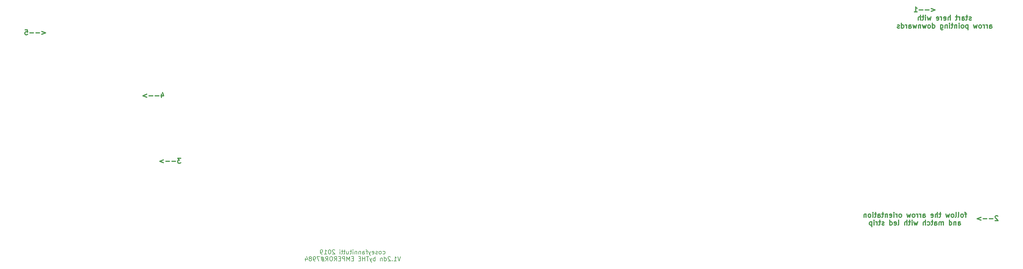
<source format=gbo>
G04 #@! TF.GenerationSoftware,KiCad,Pcbnew,(6.0.2)*
G04 #@! TF.CreationDate,2022-04-10T20:08:41+05:30*
G04 #@! TF.ProjectId,discipline-pcb,64697363-6970-46c6-996e-652d7063622e,rev?*
G04 #@! TF.SameCoordinates,Original*
G04 #@! TF.FileFunction,Legend,Bot*
G04 #@! TF.FilePolarity,Positive*
%FSLAX46Y46*%
G04 Gerber Fmt 4.6, Leading zero omitted, Abs format (unit mm)*
G04 Created by KiCad (PCBNEW (6.0.2)) date 2022-04-10 20:08:41*
%MOMM*%
%LPD*%
G01*
G04 APERTURE LIST*
%ADD10C,0.200000*%
%ADD11C,0.300000*%
G04 APERTURE END LIST*
D10*
X163872654Y-169715570D02*
X163996463Y-169777475D01*
X164244082Y-169777475D01*
X164367892Y-169715570D01*
X164429797Y-169653665D01*
X164491701Y-169529856D01*
X164491701Y-169158427D01*
X164429797Y-169034618D01*
X164367892Y-168972713D01*
X164244082Y-168910808D01*
X163996463Y-168910808D01*
X163872654Y-168972713D01*
X163129797Y-169777475D02*
X163253606Y-169715570D01*
X163315511Y-169653665D01*
X163377416Y-169529856D01*
X163377416Y-169158427D01*
X163315511Y-169034618D01*
X163253606Y-168972713D01*
X163129797Y-168910808D01*
X162944082Y-168910808D01*
X162820273Y-168972713D01*
X162758368Y-169034618D01*
X162696463Y-169158427D01*
X162696463Y-169529856D01*
X162758368Y-169653665D01*
X162820273Y-169715570D01*
X162944082Y-169777475D01*
X163129797Y-169777475D01*
X162201225Y-169715570D02*
X162077416Y-169777475D01*
X161829797Y-169777475D01*
X161705987Y-169715570D01*
X161644082Y-169591760D01*
X161644082Y-169529856D01*
X161705987Y-169406046D01*
X161829797Y-169344141D01*
X162015511Y-169344141D01*
X162139320Y-169282237D01*
X162201225Y-169158427D01*
X162201225Y-169096522D01*
X162139320Y-168972713D01*
X162015511Y-168910808D01*
X161829797Y-168910808D01*
X161705987Y-168972713D01*
X160591701Y-169715570D02*
X160715511Y-169777475D01*
X160963130Y-169777475D01*
X161086940Y-169715570D01*
X161148844Y-169591760D01*
X161148844Y-169096522D01*
X161086940Y-168972713D01*
X160963130Y-168910808D01*
X160715511Y-168910808D01*
X160591701Y-168972713D01*
X160529797Y-169096522D01*
X160529797Y-169220332D01*
X161148844Y-169344141D01*
X160096463Y-168910808D02*
X159786940Y-169777475D01*
X159477416Y-168910808D02*
X159786940Y-169777475D01*
X159910749Y-170086999D01*
X159972654Y-170148903D01*
X160096463Y-170210808D01*
X159167892Y-168910808D02*
X158672654Y-168910808D01*
X158982178Y-169777475D02*
X158982178Y-168663189D01*
X158920273Y-168539380D01*
X158796463Y-168477475D01*
X158672654Y-168477475D01*
X157682178Y-169777475D02*
X157682178Y-169096522D01*
X157744082Y-168972713D01*
X157867892Y-168910808D01*
X158115511Y-168910808D01*
X158239320Y-168972713D01*
X157682178Y-169715570D02*
X157805987Y-169777475D01*
X158115511Y-169777475D01*
X158239320Y-169715570D01*
X158301225Y-169591760D01*
X158301225Y-169467951D01*
X158239320Y-169344141D01*
X158115511Y-169282237D01*
X157805987Y-169282237D01*
X157682178Y-169220332D01*
X157063130Y-168910808D02*
X157063130Y-169777475D01*
X157063130Y-169034618D02*
X157001225Y-168972713D01*
X156877416Y-168910808D01*
X156691701Y-168910808D01*
X156567892Y-168972713D01*
X156505987Y-169096522D01*
X156505987Y-169777475D01*
X155886940Y-168910808D02*
X155886940Y-169777475D01*
X155886940Y-169034618D02*
X155825035Y-168972713D01*
X155701225Y-168910808D01*
X155515511Y-168910808D01*
X155391701Y-168972713D01*
X155329797Y-169096522D01*
X155329797Y-169777475D01*
X154710749Y-169777475D02*
X154710749Y-168910808D01*
X154710749Y-168477475D02*
X154772654Y-168539380D01*
X154710749Y-168601284D01*
X154648844Y-168539380D01*
X154710749Y-168477475D01*
X154710749Y-168601284D01*
X154277416Y-168910808D02*
X153782178Y-168910808D01*
X154091701Y-168477475D02*
X154091701Y-169591760D01*
X154029797Y-169715570D01*
X153905987Y-169777475D01*
X153782178Y-169777475D01*
X152791701Y-168910808D02*
X152791701Y-169777475D01*
X153348844Y-168910808D02*
X153348844Y-169591760D01*
X153286940Y-169715570D01*
X153163130Y-169777475D01*
X152977416Y-169777475D01*
X152853606Y-169715570D01*
X152791701Y-169653665D01*
X152358368Y-168910808D02*
X151863130Y-168910808D01*
X152172654Y-168477475D02*
X152172654Y-169591760D01*
X152110749Y-169715570D01*
X151986940Y-169777475D01*
X151863130Y-169777475D01*
X151615511Y-168910808D02*
X151120273Y-168910808D01*
X151429797Y-168477475D02*
X151429797Y-169591760D01*
X151367892Y-169715570D01*
X151244082Y-169777475D01*
X151120273Y-169777475D01*
X150686940Y-169777475D02*
X150686940Y-168910808D01*
X150686940Y-168477475D02*
X150748844Y-168539380D01*
X150686940Y-168601284D01*
X150625035Y-168539380D01*
X150686940Y-168477475D01*
X150686940Y-168601284D01*
X149139320Y-168601284D02*
X149077416Y-168539380D01*
X148953606Y-168477475D01*
X148644082Y-168477475D01*
X148520273Y-168539380D01*
X148458368Y-168601284D01*
X148396463Y-168725094D01*
X148396463Y-168848903D01*
X148458368Y-169034618D01*
X149201225Y-169777475D01*
X148396463Y-169777475D01*
X147591701Y-168477475D02*
X147467892Y-168477475D01*
X147344082Y-168539380D01*
X147282178Y-168601284D01*
X147220273Y-168725094D01*
X147158368Y-168972713D01*
X147158368Y-169282237D01*
X147220273Y-169529856D01*
X147282178Y-169653665D01*
X147344082Y-169715570D01*
X147467892Y-169777475D01*
X147591701Y-169777475D01*
X147715511Y-169715570D01*
X147777416Y-169653665D01*
X147839320Y-169529856D01*
X147901225Y-169282237D01*
X147901225Y-168972713D01*
X147839320Y-168725094D01*
X147777416Y-168601284D01*
X147715511Y-168539380D01*
X147591701Y-168477475D01*
X145920273Y-169777475D02*
X146663130Y-169777475D01*
X146291701Y-169777475D02*
X146291701Y-168477475D01*
X146415511Y-168663189D01*
X146539320Y-168786999D01*
X146663130Y-168848903D01*
X145301225Y-169777475D02*
X145053606Y-169777475D01*
X144929797Y-169715570D01*
X144867892Y-169653665D01*
X144744082Y-169467951D01*
X144682178Y-169220332D01*
X144682178Y-168725094D01*
X144744082Y-168601284D01*
X144805987Y-168539380D01*
X144929797Y-168477475D01*
X145177416Y-168477475D01*
X145301225Y-168539380D01*
X145363130Y-168601284D01*
X145425035Y-168725094D01*
X145425035Y-169034618D01*
X145363130Y-169158427D01*
X145301225Y-169220332D01*
X145177416Y-169282237D01*
X144929797Y-169282237D01*
X144805987Y-169220332D01*
X144744082Y-169158427D01*
X144682178Y-169034618D01*
X169258368Y-170570475D02*
X168825035Y-171870475D01*
X168391701Y-170570475D01*
X167277416Y-171870475D02*
X168020273Y-171870475D01*
X167648844Y-171870475D02*
X167648844Y-170570475D01*
X167772654Y-170756189D01*
X167896463Y-170879999D01*
X168020273Y-170941903D01*
X166720273Y-171746665D02*
X166658368Y-171808570D01*
X166720273Y-171870475D01*
X166782178Y-171808570D01*
X166720273Y-171746665D01*
X166720273Y-171870475D01*
X166163130Y-170694284D02*
X166101225Y-170632380D01*
X165977416Y-170570475D01*
X165667892Y-170570475D01*
X165544082Y-170632380D01*
X165482178Y-170694284D01*
X165420273Y-170818094D01*
X165420273Y-170941903D01*
X165482178Y-171127618D01*
X166225035Y-171870475D01*
X165420273Y-171870475D01*
X164305987Y-171870475D02*
X164305987Y-170570475D01*
X164305987Y-171808570D02*
X164429797Y-171870475D01*
X164677416Y-171870475D01*
X164801225Y-171808570D01*
X164863130Y-171746665D01*
X164925035Y-171622856D01*
X164925035Y-171251427D01*
X164863130Y-171127618D01*
X164801225Y-171065713D01*
X164677416Y-171003808D01*
X164429797Y-171003808D01*
X164305987Y-171065713D01*
X163686940Y-171003808D02*
X163686940Y-171870475D01*
X163686940Y-171127618D02*
X163625035Y-171065713D01*
X163501225Y-171003808D01*
X163315511Y-171003808D01*
X163191701Y-171065713D01*
X163129797Y-171189522D01*
X163129797Y-171870475D01*
X161520273Y-171870475D02*
X161520273Y-170570475D01*
X161520273Y-171065713D02*
X161396463Y-171003808D01*
X161148844Y-171003808D01*
X161025035Y-171065713D01*
X160963130Y-171127618D01*
X160901225Y-171251427D01*
X160901225Y-171622856D01*
X160963130Y-171746665D01*
X161025035Y-171808570D01*
X161148844Y-171870475D01*
X161396463Y-171870475D01*
X161520273Y-171808570D01*
X160467892Y-171003808D02*
X160158368Y-171870475D01*
X159848844Y-171003808D02*
X160158368Y-171870475D01*
X160282178Y-172179999D01*
X160344082Y-172241903D01*
X160467892Y-172303808D01*
X159539320Y-170570475D02*
X158796463Y-170570475D01*
X159167892Y-171870475D02*
X159167892Y-170570475D01*
X158363130Y-171870475D02*
X158363130Y-170570475D01*
X158363130Y-171189522D02*
X157620273Y-171189522D01*
X157620273Y-171870475D02*
X157620273Y-170570475D01*
X157001225Y-171189522D02*
X156567892Y-171189522D01*
X156382178Y-171870475D02*
X157001225Y-171870475D01*
X157001225Y-170570475D01*
X156382178Y-170570475D01*
X154834559Y-171189522D02*
X154401225Y-171189522D01*
X154215511Y-171870475D02*
X154834559Y-171870475D01*
X154834559Y-170570475D01*
X154215511Y-170570475D01*
X153658368Y-171870475D02*
X153658368Y-170570475D01*
X153225035Y-171499046D01*
X152791701Y-170570475D01*
X152791701Y-171870475D01*
X152172654Y-171870475D02*
X152172654Y-170570475D01*
X151677416Y-170570475D01*
X151553606Y-170632380D01*
X151491701Y-170694284D01*
X151429797Y-170818094D01*
X151429797Y-171003808D01*
X151491701Y-171127618D01*
X151553606Y-171189522D01*
X151677416Y-171251427D01*
X152172654Y-171251427D01*
X150872654Y-171189522D02*
X150439320Y-171189522D01*
X150253606Y-171870475D02*
X150872654Y-171870475D01*
X150872654Y-170570475D01*
X150253606Y-170570475D01*
X148953606Y-171870475D02*
X149386940Y-171251427D01*
X149696463Y-171870475D02*
X149696463Y-170570475D01*
X149201225Y-170570475D01*
X149077416Y-170632380D01*
X149015511Y-170694284D01*
X148953606Y-170818094D01*
X148953606Y-171003808D01*
X149015511Y-171127618D01*
X149077416Y-171189522D01*
X149201225Y-171251427D01*
X149696463Y-171251427D01*
X148148844Y-170570475D02*
X147901225Y-170570475D01*
X147777416Y-170632380D01*
X147653606Y-170756189D01*
X147591701Y-171003808D01*
X147591701Y-171437141D01*
X147653606Y-171684760D01*
X147777416Y-171808570D01*
X147901225Y-171870475D01*
X148148844Y-171870475D01*
X148272654Y-171808570D01*
X148396463Y-171684760D01*
X148458368Y-171437141D01*
X148458368Y-171003808D01*
X148396463Y-170756189D01*
X148272654Y-170632380D01*
X148148844Y-170570475D01*
X146291701Y-171870475D02*
X146725035Y-171251427D01*
X147034559Y-171870475D02*
X147034559Y-170570475D01*
X146539320Y-170570475D01*
X146415511Y-170632380D01*
X146353606Y-170694284D01*
X146291701Y-170818094D01*
X146291701Y-171003808D01*
X146353606Y-171127618D01*
X146415511Y-171189522D01*
X146539320Y-171251427D01*
X147034559Y-171251427D01*
X145796463Y-171003808D02*
X144867892Y-171003808D01*
X145425035Y-170446665D02*
X145796463Y-172118094D01*
X144991701Y-171560951D02*
X145920273Y-171560951D01*
X145363130Y-172118094D02*
X144991701Y-170446665D01*
X144558368Y-170570475D02*
X143691701Y-170570475D01*
X144248844Y-171870475D01*
X143134559Y-171870475D02*
X142886940Y-171870475D01*
X142763130Y-171808570D01*
X142701225Y-171746665D01*
X142577416Y-171560951D01*
X142515511Y-171313332D01*
X142515511Y-170818094D01*
X142577416Y-170694284D01*
X142639320Y-170632380D01*
X142763130Y-170570475D01*
X143010749Y-170570475D01*
X143134559Y-170632380D01*
X143196463Y-170694284D01*
X143258368Y-170818094D01*
X143258368Y-171127618D01*
X143196463Y-171251427D01*
X143134559Y-171313332D01*
X143010749Y-171375237D01*
X142763130Y-171375237D01*
X142639320Y-171313332D01*
X142577416Y-171251427D01*
X142515511Y-171127618D01*
X141772654Y-171127618D02*
X141896463Y-171065713D01*
X141958368Y-171003808D01*
X142020273Y-170879999D01*
X142020273Y-170818094D01*
X141958368Y-170694284D01*
X141896463Y-170632380D01*
X141772654Y-170570475D01*
X141525035Y-170570475D01*
X141401225Y-170632380D01*
X141339320Y-170694284D01*
X141277416Y-170818094D01*
X141277416Y-170879999D01*
X141339320Y-171003808D01*
X141401225Y-171065713D01*
X141525035Y-171127618D01*
X141772654Y-171127618D01*
X141896463Y-171189522D01*
X141958368Y-171251427D01*
X142020273Y-171375237D01*
X142020273Y-171622856D01*
X141958368Y-171746665D01*
X141896463Y-171808570D01*
X141772654Y-171870475D01*
X141525035Y-171870475D01*
X141401225Y-171808570D01*
X141339320Y-171746665D01*
X141277416Y-171622856D01*
X141277416Y-171375237D01*
X141339320Y-171251427D01*
X141401225Y-171189522D01*
X141525035Y-171127618D01*
X140163130Y-171003808D02*
X140163130Y-171870475D01*
X140472654Y-170508570D02*
X140782178Y-171437141D01*
X139977416Y-171437141D01*
D11*
X342660937Y-157500471D02*
X342089508Y-157500471D01*
X342446651Y-158500471D02*
X342446651Y-157214757D01*
X342375222Y-157071900D01*
X342232365Y-157000471D01*
X342089508Y-157000471D01*
X341375222Y-158500471D02*
X341518080Y-158429042D01*
X341589508Y-158357614D01*
X341660937Y-158214757D01*
X341660937Y-157786185D01*
X341589508Y-157643328D01*
X341518080Y-157571900D01*
X341375222Y-157500471D01*
X341160937Y-157500471D01*
X341018080Y-157571900D01*
X340946651Y-157643328D01*
X340875222Y-157786185D01*
X340875222Y-158214757D01*
X340946651Y-158357614D01*
X341018080Y-158429042D01*
X341160937Y-158500471D01*
X341375222Y-158500471D01*
X340018080Y-158500471D02*
X340160937Y-158429042D01*
X340232365Y-158286185D01*
X340232365Y-157000471D01*
X339232365Y-158500471D02*
X339375222Y-158429042D01*
X339446651Y-158286185D01*
X339446651Y-157000471D01*
X338446651Y-158500471D02*
X338589508Y-158429042D01*
X338660937Y-158357614D01*
X338732365Y-158214757D01*
X338732365Y-157786185D01*
X338660937Y-157643328D01*
X338589508Y-157571900D01*
X338446651Y-157500471D01*
X338232365Y-157500471D01*
X338089508Y-157571900D01*
X338018080Y-157643328D01*
X337946651Y-157786185D01*
X337946651Y-158214757D01*
X338018080Y-158357614D01*
X338089508Y-158429042D01*
X338232365Y-158500471D01*
X338446651Y-158500471D01*
X337446651Y-157500471D02*
X337160937Y-158500471D01*
X336875222Y-157786185D01*
X336589508Y-158500471D01*
X336303794Y-157500471D01*
X334803794Y-157500471D02*
X334232365Y-157500471D01*
X334589508Y-157000471D02*
X334589508Y-158286185D01*
X334518080Y-158429042D01*
X334375222Y-158500471D01*
X334232365Y-158500471D01*
X333732365Y-158500471D02*
X333732365Y-157000471D01*
X333089508Y-158500471D02*
X333089508Y-157714757D01*
X333160937Y-157571900D01*
X333303794Y-157500471D01*
X333518080Y-157500471D01*
X333660937Y-157571900D01*
X333732365Y-157643328D01*
X331803794Y-158429042D02*
X331946651Y-158500471D01*
X332232365Y-158500471D01*
X332375222Y-158429042D01*
X332446651Y-158286185D01*
X332446651Y-157714757D01*
X332375222Y-157571900D01*
X332232365Y-157500471D01*
X331946651Y-157500471D01*
X331803794Y-157571900D01*
X331732365Y-157714757D01*
X331732365Y-157857614D01*
X332446651Y-158000471D01*
X329303794Y-158500471D02*
X329303794Y-157714757D01*
X329375222Y-157571900D01*
X329518080Y-157500471D01*
X329803794Y-157500471D01*
X329946651Y-157571900D01*
X329303794Y-158429042D02*
X329446651Y-158500471D01*
X329803794Y-158500471D01*
X329946651Y-158429042D01*
X330018080Y-158286185D01*
X330018080Y-158143328D01*
X329946651Y-158000471D01*
X329803794Y-157929042D01*
X329446651Y-157929042D01*
X329303794Y-157857614D01*
X328589508Y-158500471D02*
X328589508Y-157500471D01*
X328589508Y-157786185D02*
X328518080Y-157643328D01*
X328446651Y-157571900D01*
X328303794Y-157500471D01*
X328160937Y-157500471D01*
X327660937Y-158500471D02*
X327660937Y-157500471D01*
X327660937Y-157786185D02*
X327589508Y-157643328D01*
X327518080Y-157571900D01*
X327375222Y-157500471D01*
X327232365Y-157500471D01*
X326518080Y-158500471D02*
X326660937Y-158429042D01*
X326732365Y-158357614D01*
X326803794Y-158214757D01*
X326803794Y-157786185D01*
X326732365Y-157643328D01*
X326660937Y-157571900D01*
X326518080Y-157500471D01*
X326303794Y-157500471D01*
X326160937Y-157571900D01*
X326089508Y-157643328D01*
X326018080Y-157786185D01*
X326018080Y-158214757D01*
X326089508Y-158357614D01*
X326160937Y-158429042D01*
X326303794Y-158500471D01*
X326518080Y-158500471D01*
X325518080Y-157500471D02*
X325232365Y-158500471D01*
X324946651Y-157786185D01*
X324660937Y-158500471D01*
X324375222Y-157500471D01*
X322446651Y-158500471D02*
X322589508Y-158429042D01*
X322660937Y-158357614D01*
X322732365Y-158214757D01*
X322732365Y-157786185D01*
X322660937Y-157643328D01*
X322589508Y-157571900D01*
X322446651Y-157500471D01*
X322232365Y-157500471D01*
X322089508Y-157571900D01*
X322018080Y-157643328D01*
X321946651Y-157786185D01*
X321946651Y-158214757D01*
X322018080Y-158357614D01*
X322089508Y-158429042D01*
X322232365Y-158500471D01*
X322446651Y-158500471D01*
X321303794Y-158500471D02*
X321303794Y-157500471D01*
X321303794Y-157786185D02*
X321232365Y-157643328D01*
X321160937Y-157571900D01*
X321018080Y-157500471D01*
X320875222Y-157500471D01*
X320375222Y-158500471D02*
X320375222Y-157500471D01*
X320375222Y-157000471D02*
X320446651Y-157071900D01*
X320375222Y-157143328D01*
X320303794Y-157071900D01*
X320375222Y-157000471D01*
X320375222Y-157143328D01*
X319089508Y-158429042D02*
X319232365Y-158500471D01*
X319518080Y-158500471D01*
X319660937Y-158429042D01*
X319732365Y-158286185D01*
X319732365Y-157714757D01*
X319660937Y-157571900D01*
X319518080Y-157500471D01*
X319232365Y-157500471D01*
X319089508Y-157571900D01*
X319018080Y-157714757D01*
X319018080Y-157857614D01*
X319732365Y-158000471D01*
X318375222Y-157500471D02*
X318375222Y-158500471D01*
X318375222Y-157643328D02*
X318303794Y-157571900D01*
X318160937Y-157500471D01*
X317946651Y-157500471D01*
X317803794Y-157571900D01*
X317732365Y-157714757D01*
X317732365Y-158500471D01*
X317232365Y-157500471D02*
X316660937Y-157500471D01*
X317018080Y-157000471D02*
X317018080Y-158286185D01*
X316946651Y-158429042D01*
X316803794Y-158500471D01*
X316660937Y-158500471D01*
X315518080Y-158500471D02*
X315518080Y-157714757D01*
X315589508Y-157571900D01*
X315732365Y-157500471D01*
X316018080Y-157500471D01*
X316160937Y-157571900D01*
X315518080Y-158429042D02*
X315660937Y-158500471D01*
X316018080Y-158500471D01*
X316160937Y-158429042D01*
X316232365Y-158286185D01*
X316232365Y-158143328D01*
X316160937Y-158000471D01*
X316018080Y-157929042D01*
X315660937Y-157929042D01*
X315518080Y-157857614D01*
X315018080Y-157500471D02*
X314446651Y-157500471D01*
X314803794Y-157000471D02*
X314803794Y-158286185D01*
X314732365Y-158429042D01*
X314589508Y-158500471D01*
X314446651Y-158500471D01*
X313946651Y-158500471D02*
X313946651Y-157500471D01*
X313946651Y-157000471D02*
X314018080Y-157071900D01*
X313946651Y-157143328D01*
X313875222Y-157071900D01*
X313946651Y-157000471D01*
X313946651Y-157143328D01*
X313018080Y-158500471D02*
X313160937Y-158429042D01*
X313232365Y-158357614D01*
X313303794Y-158214757D01*
X313303794Y-157786185D01*
X313232365Y-157643328D01*
X313160937Y-157571900D01*
X313018080Y-157500471D01*
X312803794Y-157500471D01*
X312660937Y-157571900D01*
X312589508Y-157643328D01*
X312518080Y-157786185D01*
X312518080Y-158214757D01*
X312589508Y-158357614D01*
X312660937Y-158429042D01*
X312803794Y-158500471D01*
X313018080Y-158500471D01*
X311875222Y-157500471D02*
X311875222Y-158500471D01*
X311875222Y-157643328D02*
X311803794Y-157571900D01*
X311660937Y-157500471D01*
X311446651Y-157500471D01*
X311303794Y-157571900D01*
X311232365Y-157714757D01*
X311232365Y-158500471D01*
X340089508Y-160915471D02*
X340089508Y-160129757D01*
X340160937Y-159986900D01*
X340303794Y-159915471D01*
X340589508Y-159915471D01*
X340732365Y-159986900D01*
X340089508Y-160844042D02*
X340232365Y-160915471D01*
X340589508Y-160915471D01*
X340732365Y-160844042D01*
X340803794Y-160701185D01*
X340803794Y-160558328D01*
X340732365Y-160415471D01*
X340589508Y-160344042D01*
X340232365Y-160344042D01*
X340089508Y-160272614D01*
X339375222Y-159915471D02*
X339375222Y-160915471D01*
X339375222Y-160058328D02*
X339303794Y-159986900D01*
X339160937Y-159915471D01*
X338946651Y-159915471D01*
X338803794Y-159986900D01*
X338732365Y-160129757D01*
X338732365Y-160915471D01*
X337375222Y-160915471D02*
X337375222Y-159415471D01*
X337375222Y-160844042D02*
X337518080Y-160915471D01*
X337803794Y-160915471D01*
X337946651Y-160844042D01*
X338018080Y-160772614D01*
X338089508Y-160629757D01*
X338089508Y-160201185D01*
X338018080Y-160058328D01*
X337946651Y-159986900D01*
X337803794Y-159915471D01*
X337518080Y-159915471D01*
X337375222Y-159986900D01*
X335518080Y-160915471D02*
X335518080Y-159915471D01*
X335518080Y-160058328D02*
X335446651Y-159986900D01*
X335303794Y-159915471D01*
X335089508Y-159915471D01*
X334946651Y-159986900D01*
X334875222Y-160129757D01*
X334875222Y-160915471D01*
X334875222Y-160129757D02*
X334803794Y-159986900D01*
X334660937Y-159915471D01*
X334446651Y-159915471D01*
X334303794Y-159986900D01*
X334232365Y-160129757D01*
X334232365Y-160915471D01*
X332875222Y-160915471D02*
X332875222Y-160129757D01*
X332946651Y-159986900D01*
X333089508Y-159915471D01*
X333375222Y-159915471D01*
X333518080Y-159986900D01*
X332875222Y-160844042D02*
X333018080Y-160915471D01*
X333375222Y-160915471D01*
X333518080Y-160844042D01*
X333589508Y-160701185D01*
X333589508Y-160558328D01*
X333518080Y-160415471D01*
X333375222Y-160344042D01*
X333018080Y-160344042D01*
X332875222Y-160272614D01*
X332375222Y-159915471D02*
X331803794Y-159915471D01*
X332160937Y-159415471D02*
X332160937Y-160701185D01*
X332089508Y-160844042D01*
X331946651Y-160915471D01*
X331803794Y-160915471D01*
X330660937Y-160844042D02*
X330803794Y-160915471D01*
X331089508Y-160915471D01*
X331232365Y-160844042D01*
X331303794Y-160772614D01*
X331375222Y-160629757D01*
X331375222Y-160201185D01*
X331303794Y-160058328D01*
X331232365Y-159986900D01*
X331089508Y-159915471D01*
X330803794Y-159915471D01*
X330660937Y-159986900D01*
X330018080Y-160915471D02*
X330018080Y-159415471D01*
X329375222Y-160915471D02*
X329375222Y-160129757D01*
X329446651Y-159986900D01*
X329589508Y-159915471D01*
X329803794Y-159915471D01*
X329946651Y-159986900D01*
X330018080Y-160058328D01*
X327660937Y-159915471D02*
X327375222Y-160915471D01*
X327089508Y-160201185D01*
X326803794Y-160915471D01*
X326518080Y-159915471D01*
X325946651Y-160915471D02*
X325946651Y-159915471D01*
X325946651Y-159415471D02*
X326018080Y-159486900D01*
X325946651Y-159558328D01*
X325875222Y-159486900D01*
X325946651Y-159415471D01*
X325946651Y-159558328D01*
X325446651Y-159915471D02*
X324875222Y-159915471D01*
X325232365Y-159415471D02*
X325232365Y-160701185D01*
X325160937Y-160844042D01*
X325018080Y-160915471D01*
X324875222Y-160915471D01*
X324375222Y-160915471D02*
X324375222Y-159415471D01*
X323732365Y-160915471D02*
X323732365Y-160129757D01*
X323803794Y-159986900D01*
X323946651Y-159915471D01*
X324160937Y-159915471D01*
X324303794Y-159986900D01*
X324375222Y-160058328D01*
X321660937Y-160915471D02*
X321803794Y-160844042D01*
X321875222Y-160701185D01*
X321875222Y-159415471D01*
X320518080Y-160844042D02*
X320660937Y-160915471D01*
X320946651Y-160915471D01*
X321089508Y-160844042D01*
X321160937Y-160701185D01*
X321160937Y-160129757D01*
X321089508Y-159986900D01*
X320946651Y-159915471D01*
X320660937Y-159915471D01*
X320518080Y-159986900D01*
X320446651Y-160129757D01*
X320446651Y-160272614D01*
X321160937Y-160415471D01*
X319160937Y-160915471D02*
X319160937Y-159415471D01*
X319160937Y-160844042D02*
X319303794Y-160915471D01*
X319589508Y-160915471D01*
X319732365Y-160844042D01*
X319803794Y-160772614D01*
X319875222Y-160629757D01*
X319875222Y-160201185D01*
X319803794Y-160058328D01*
X319732365Y-159986900D01*
X319589508Y-159915471D01*
X319303794Y-159915471D01*
X319160937Y-159986900D01*
X317375222Y-160844042D02*
X317232365Y-160915471D01*
X316946651Y-160915471D01*
X316803794Y-160844042D01*
X316732365Y-160701185D01*
X316732365Y-160629757D01*
X316803794Y-160486900D01*
X316946651Y-160415471D01*
X317160937Y-160415471D01*
X317303794Y-160344042D01*
X317375222Y-160201185D01*
X317375222Y-160129757D01*
X317303794Y-159986900D01*
X317160937Y-159915471D01*
X316946651Y-159915471D01*
X316803794Y-159986900D01*
X316303794Y-159915471D02*
X315732365Y-159915471D01*
X316089508Y-159415471D02*
X316089508Y-160701185D01*
X316018080Y-160844042D01*
X315875222Y-160915471D01*
X315732365Y-160915471D01*
X315232365Y-160915471D02*
X315232365Y-159915471D01*
X315232365Y-160201185D02*
X315160937Y-160058328D01*
X315089508Y-159986900D01*
X314946651Y-159915471D01*
X314803794Y-159915471D01*
X314303794Y-160915471D02*
X314303794Y-159915471D01*
X314303794Y-159415471D02*
X314375222Y-159486900D01*
X314303794Y-159558328D01*
X314232365Y-159486900D01*
X314303794Y-159415471D01*
X314303794Y-159558328D01*
X313589508Y-159915471D02*
X313589508Y-161415471D01*
X313589508Y-159986900D02*
X313446651Y-159915471D01*
X313160937Y-159915471D01*
X313018080Y-159986900D01*
X312946651Y-160058328D01*
X312875222Y-160201185D01*
X312875222Y-160629757D01*
X312946651Y-160772614D01*
X313018080Y-160844042D01*
X313160937Y-160915471D01*
X313446651Y-160915471D01*
X313589508Y-160844042D01*
X59411620Y-101575751D02*
X60554477Y-102004322D01*
X59411620Y-102432894D01*
X58697334Y-102004322D02*
X57554477Y-102004322D01*
X56840191Y-102004322D02*
X55697334Y-102004322D01*
X54268762Y-101075751D02*
X54983048Y-101075751D01*
X55054477Y-101790037D01*
X54983048Y-101718608D01*
X54840191Y-101647180D01*
X54483048Y-101647180D01*
X54340191Y-101718608D01*
X54268762Y-101790037D01*
X54197334Y-101932894D01*
X54197334Y-102290037D01*
X54268762Y-102432894D01*
X54340191Y-102504322D01*
X54483048Y-102575751D01*
X54840191Y-102575751D01*
X54983048Y-102504322D01*
X55054477Y-102432894D01*
X96035500Y-120811171D02*
X96035500Y-121811171D01*
X96392642Y-120239742D02*
X96749785Y-121311171D01*
X95821214Y-121311171D01*
X95249785Y-121239742D02*
X94106928Y-121239742D01*
X93392642Y-121239742D02*
X92249785Y-121239742D01*
X91535500Y-120811171D02*
X90392642Y-121239742D01*
X91535500Y-121668314D01*
X101929154Y-140422891D02*
X101000582Y-140422891D01*
X101500582Y-140994320D01*
X101286297Y-140994320D01*
X101143440Y-141065748D01*
X101072011Y-141137177D01*
X101000582Y-141280034D01*
X101000582Y-141637177D01*
X101072011Y-141780034D01*
X101143440Y-141851462D01*
X101286297Y-141922891D01*
X101714868Y-141922891D01*
X101857725Y-141851462D01*
X101929154Y-141780034D01*
X100357725Y-141351462D02*
X99214868Y-141351462D01*
X98500582Y-141351462D02*
X97357725Y-141351462D01*
X96643440Y-140922891D02*
X95500582Y-141351462D01*
X96643440Y-141780034D01*
X352243305Y-158155248D02*
X352171877Y-158083820D01*
X352029020Y-158012391D01*
X351671877Y-158012391D01*
X351529020Y-158083820D01*
X351457591Y-158155248D01*
X351386162Y-158298105D01*
X351386162Y-158440962D01*
X351457591Y-158655248D01*
X352314734Y-159512391D01*
X351386162Y-159512391D01*
X350743305Y-158940962D02*
X349600448Y-158940962D01*
X348886162Y-158940962D02*
X347743305Y-158940962D01*
X347029020Y-158512391D02*
X345886162Y-158940962D01*
X347029020Y-159369534D01*
X331849480Y-94524711D02*
X332992337Y-94953282D01*
X331849480Y-95381854D01*
X331135194Y-94953282D02*
X329992337Y-94953282D01*
X329278051Y-94953282D02*
X328135194Y-94953282D01*
X326635194Y-95524711D02*
X327492337Y-95524711D01*
X327063765Y-95524711D02*
X327063765Y-94024711D01*
X327206622Y-94238997D01*
X327349480Y-94381854D01*
X327492337Y-94453282D01*
X344062865Y-98027842D02*
X343920008Y-98099271D01*
X343634294Y-98099271D01*
X343491437Y-98027842D01*
X343420008Y-97884985D01*
X343420008Y-97813557D01*
X343491437Y-97670700D01*
X343634294Y-97599271D01*
X343848580Y-97599271D01*
X343991437Y-97527842D01*
X344062865Y-97384985D01*
X344062865Y-97313557D01*
X343991437Y-97170700D01*
X343848580Y-97099271D01*
X343634294Y-97099271D01*
X343491437Y-97170700D01*
X342991437Y-97099271D02*
X342420008Y-97099271D01*
X342777151Y-96599271D02*
X342777151Y-97884985D01*
X342705722Y-98027842D01*
X342562865Y-98099271D01*
X342420008Y-98099271D01*
X341277151Y-98099271D02*
X341277151Y-97313557D01*
X341348580Y-97170700D01*
X341491437Y-97099271D01*
X341777151Y-97099271D01*
X341920008Y-97170700D01*
X341277151Y-98027842D02*
X341420008Y-98099271D01*
X341777151Y-98099271D01*
X341920008Y-98027842D01*
X341991437Y-97884985D01*
X341991437Y-97742128D01*
X341920008Y-97599271D01*
X341777151Y-97527842D01*
X341420008Y-97527842D01*
X341277151Y-97456414D01*
X340562865Y-98099271D02*
X340562865Y-97099271D01*
X340562865Y-97384985D02*
X340491437Y-97242128D01*
X340420008Y-97170700D01*
X340277151Y-97099271D01*
X340134294Y-97099271D01*
X339848580Y-97099271D02*
X339277151Y-97099271D01*
X339634294Y-96599271D02*
X339634294Y-97884985D01*
X339562865Y-98027842D01*
X339420008Y-98099271D01*
X339277151Y-98099271D01*
X337634294Y-98099271D02*
X337634294Y-96599271D01*
X336991437Y-98099271D02*
X336991437Y-97313557D01*
X337062865Y-97170700D01*
X337205722Y-97099271D01*
X337420008Y-97099271D01*
X337562865Y-97170700D01*
X337634294Y-97242128D01*
X335705722Y-98027842D02*
X335848580Y-98099271D01*
X336134294Y-98099271D01*
X336277151Y-98027842D01*
X336348580Y-97884985D01*
X336348580Y-97313557D01*
X336277151Y-97170700D01*
X336134294Y-97099271D01*
X335848580Y-97099271D01*
X335705722Y-97170700D01*
X335634294Y-97313557D01*
X335634294Y-97456414D01*
X336348580Y-97599271D01*
X334991437Y-98099271D02*
X334991437Y-97099271D01*
X334991437Y-97384985D02*
X334920008Y-97242128D01*
X334848580Y-97170700D01*
X334705722Y-97099271D01*
X334562865Y-97099271D01*
X333491437Y-98027842D02*
X333634294Y-98099271D01*
X333920008Y-98099271D01*
X334062865Y-98027842D01*
X334134294Y-97884985D01*
X334134294Y-97313557D01*
X334062865Y-97170700D01*
X333920008Y-97099271D01*
X333634294Y-97099271D01*
X333491437Y-97170700D01*
X333420008Y-97313557D01*
X333420008Y-97456414D01*
X334134294Y-97599271D01*
X331777151Y-97099271D02*
X331491437Y-98099271D01*
X331205722Y-97384985D01*
X330920008Y-98099271D01*
X330634294Y-97099271D01*
X330062865Y-98099271D02*
X330062865Y-97099271D01*
X330062865Y-96599271D02*
X330134294Y-96670700D01*
X330062865Y-96742128D01*
X329991437Y-96670700D01*
X330062865Y-96599271D01*
X330062865Y-96742128D01*
X329562865Y-97099271D02*
X328991437Y-97099271D01*
X329348580Y-96599271D02*
X329348580Y-97884985D01*
X329277151Y-98027842D01*
X329134294Y-98099271D01*
X328991437Y-98099271D01*
X328491437Y-98099271D02*
X328491437Y-96599271D01*
X327848580Y-98099271D02*
X327848580Y-97313557D01*
X327920008Y-97170700D01*
X328062865Y-97099271D01*
X328277151Y-97099271D01*
X328420008Y-97170700D01*
X328491437Y-97242128D01*
X349705722Y-100514271D02*
X349705722Y-99728557D01*
X349777151Y-99585700D01*
X349920008Y-99514271D01*
X350205722Y-99514271D01*
X350348580Y-99585700D01*
X349705722Y-100442842D02*
X349848580Y-100514271D01*
X350205722Y-100514271D01*
X350348580Y-100442842D01*
X350420008Y-100299985D01*
X350420008Y-100157128D01*
X350348580Y-100014271D01*
X350205722Y-99942842D01*
X349848580Y-99942842D01*
X349705722Y-99871414D01*
X348991437Y-100514271D02*
X348991437Y-99514271D01*
X348991437Y-99799985D02*
X348920008Y-99657128D01*
X348848580Y-99585700D01*
X348705722Y-99514271D01*
X348562865Y-99514271D01*
X348062865Y-100514271D02*
X348062865Y-99514271D01*
X348062865Y-99799985D02*
X347991437Y-99657128D01*
X347920008Y-99585700D01*
X347777151Y-99514271D01*
X347634294Y-99514271D01*
X346920008Y-100514271D02*
X347062865Y-100442842D01*
X347134294Y-100371414D01*
X347205722Y-100228557D01*
X347205722Y-99799985D01*
X347134294Y-99657128D01*
X347062865Y-99585700D01*
X346920008Y-99514271D01*
X346705722Y-99514271D01*
X346562865Y-99585700D01*
X346491437Y-99657128D01*
X346420008Y-99799985D01*
X346420008Y-100228557D01*
X346491437Y-100371414D01*
X346562865Y-100442842D01*
X346705722Y-100514271D01*
X346920008Y-100514271D01*
X345920008Y-99514271D02*
X345634294Y-100514271D01*
X345348580Y-99799985D01*
X345062865Y-100514271D01*
X344777151Y-99514271D01*
X343062865Y-99514271D02*
X343062865Y-101014271D01*
X343062865Y-99585700D02*
X342920008Y-99514271D01*
X342634294Y-99514271D01*
X342491437Y-99585700D01*
X342420008Y-99657128D01*
X342348580Y-99799985D01*
X342348580Y-100228557D01*
X342420008Y-100371414D01*
X342491437Y-100442842D01*
X342634294Y-100514271D01*
X342920008Y-100514271D01*
X343062865Y-100442842D01*
X341491437Y-100514271D02*
X341634294Y-100442842D01*
X341705722Y-100371414D01*
X341777151Y-100228557D01*
X341777151Y-99799985D01*
X341705722Y-99657128D01*
X341634294Y-99585700D01*
X341491437Y-99514271D01*
X341277151Y-99514271D01*
X341134294Y-99585700D01*
X341062865Y-99657128D01*
X340991437Y-99799985D01*
X340991437Y-100228557D01*
X341062865Y-100371414D01*
X341134294Y-100442842D01*
X341277151Y-100514271D01*
X341491437Y-100514271D01*
X340348580Y-100514271D02*
X340348580Y-99514271D01*
X340348580Y-99014271D02*
X340420008Y-99085700D01*
X340348580Y-99157128D01*
X340277151Y-99085700D01*
X340348580Y-99014271D01*
X340348580Y-99157128D01*
X339634294Y-99514271D02*
X339634294Y-100514271D01*
X339634294Y-99657128D02*
X339562865Y-99585700D01*
X339420008Y-99514271D01*
X339205722Y-99514271D01*
X339062865Y-99585700D01*
X338991437Y-99728557D01*
X338991437Y-100514271D01*
X338491437Y-99514271D02*
X337920008Y-99514271D01*
X338277151Y-99014271D02*
X338277151Y-100299985D01*
X338205722Y-100442842D01*
X338062865Y-100514271D01*
X337920008Y-100514271D01*
X337420008Y-100514271D02*
X337420008Y-99514271D01*
X337420008Y-99014271D02*
X337491437Y-99085700D01*
X337420008Y-99157128D01*
X337348580Y-99085700D01*
X337420008Y-99014271D01*
X337420008Y-99157128D01*
X336705722Y-99514271D02*
X336705722Y-100514271D01*
X336705722Y-99657128D02*
X336634294Y-99585700D01*
X336491437Y-99514271D01*
X336277151Y-99514271D01*
X336134294Y-99585700D01*
X336062865Y-99728557D01*
X336062865Y-100514271D01*
X334705722Y-99514271D02*
X334705722Y-100728557D01*
X334777151Y-100871414D01*
X334848580Y-100942842D01*
X334991437Y-101014271D01*
X335205722Y-101014271D01*
X335348580Y-100942842D01*
X334705722Y-100442842D02*
X334848580Y-100514271D01*
X335134294Y-100514271D01*
X335277151Y-100442842D01*
X335348580Y-100371414D01*
X335420008Y-100228557D01*
X335420008Y-99799985D01*
X335348580Y-99657128D01*
X335277151Y-99585700D01*
X335134294Y-99514271D01*
X334848580Y-99514271D01*
X334705722Y-99585700D01*
X332205722Y-100514271D02*
X332205722Y-99014271D01*
X332205722Y-100442842D02*
X332348580Y-100514271D01*
X332634294Y-100514271D01*
X332777151Y-100442842D01*
X332848580Y-100371414D01*
X332920008Y-100228557D01*
X332920008Y-99799985D01*
X332848580Y-99657128D01*
X332777151Y-99585700D01*
X332634294Y-99514271D01*
X332348580Y-99514271D01*
X332205722Y-99585700D01*
X331277151Y-100514271D02*
X331420008Y-100442842D01*
X331491437Y-100371414D01*
X331562865Y-100228557D01*
X331562865Y-99799985D01*
X331491437Y-99657128D01*
X331420008Y-99585700D01*
X331277151Y-99514271D01*
X331062865Y-99514271D01*
X330920008Y-99585700D01*
X330848580Y-99657128D01*
X330777151Y-99799985D01*
X330777151Y-100228557D01*
X330848580Y-100371414D01*
X330920008Y-100442842D01*
X331062865Y-100514271D01*
X331277151Y-100514271D01*
X330277151Y-99514271D02*
X329991437Y-100514271D01*
X329705722Y-99799985D01*
X329420008Y-100514271D01*
X329134294Y-99514271D01*
X328562865Y-99514271D02*
X328562865Y-100514271D01*
X328562865Y-99657128D02*
X328491437Y-99585700D01*
X328348580Y-99514271D01*
X328134294Y-99514271D01*
X327991437Y-99585700D01*
X327920008Y-99728557D01*
X327920008Y-100514271D01*
X327348580Y-99514271D02*
X327062865Y-100514271D01*
X326777151Y-99799985D01*
X326491437Y-100514271D01*
X326205722Y-99514271D01*
X324991437Y-100514271D02*
X324991437Y-99728557D01*
X325062865Y-99585700D01*
X325205722Y-99514271D01*
X325491437Y-99514271D01*
X325634294Y-99585700D01*
X324991437Y-100442842D02*
X325134294Y-100514271D01*
X325491437Y-100514271D01*
X325634294Y-100442842D01*
X325705722Y-100299985D01*
X325705722Y-100157128D01*
X325634294Y-100014271D01*
X325491437Y-99942842D01*
X325134294Y-99942842D01*
X324991437Y-99871414D01*
X324277151Y-100514271D02*
X324277151Y-99514271D01*
X324277151Y-99799985D02*
X324205722Y-99657128D01*
X324134294Y-99585700D01*
X323991437Y-99514271D01*
X323848580Y-99514271D01*
X322705722Y-100514271D02*
X322705722Y-99014271D01*
X322705722Y-100442842D02*
X322848580Y-100514271D01*
X323134294Y-100514271D01*
X323277151Y-100442842D01*
X323348580Y-100371414D01*
X323420008Y-100228557D01*
X323420008Y-99799985D01*
X323348580Y-99657128D01*
X323277151Y-99585700D01*
X323134294Y-99514271D01*
X322848580Y-99514271D01*
X322705722Y-99585700D01*
X322062865Y-100442842D02*
X321920008Y-100514271D01*
X321634294Y-100514271D01*
X321491437Y-100442842D01*
X321420008Y-100299985D01*
X321420008Y-100228557D01*
X321491437Y-100085700D01*
X321634294Y-100014271D01*
X321848580Y-100014271D01*
X321991437Y-99942842D01*
X322062865Y-99799985D01*
X322062865Y-99728557D01*
X321991437Y-99585700D01*
X321848580Y-99514271D01*
X321634294Y-99514271D01*
X321491437Y-99585700D01*
M02*

</source>
